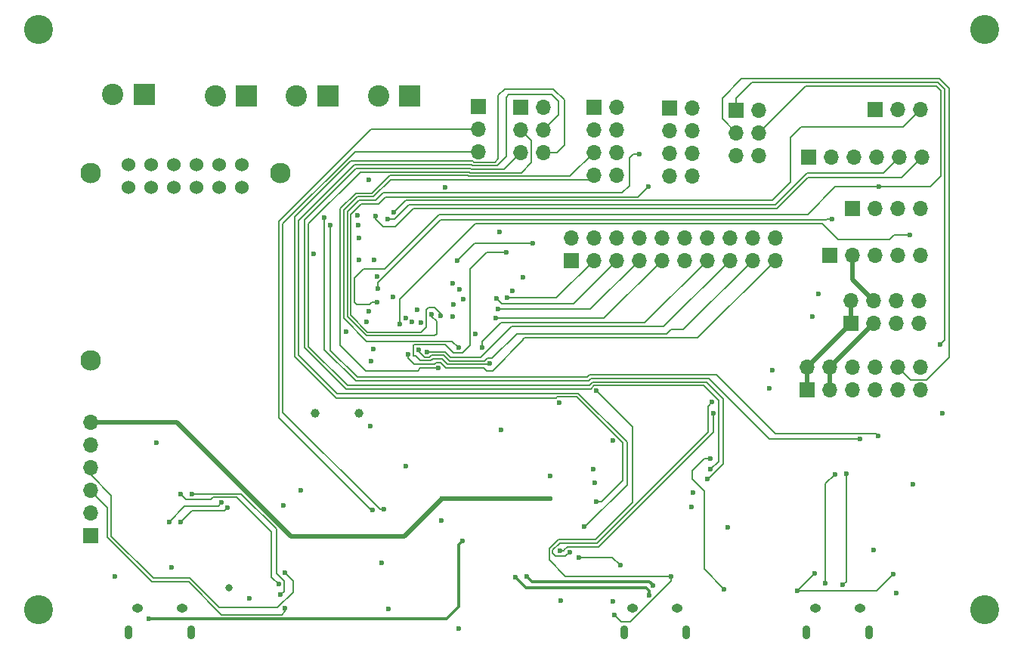
<source format=gbr>
%TF.GenerationSoftware,KiCad,Pcbnew,(6.0.0-0)*%
%TF.CreationDate,2022-09-06T13:07:17-04:00*%
%TF.ProjectId,Body_LED_Controller_Embedded_ESP32s,426f6479-5f4c-4454-945f-436f6e74726f,1.0*%
%TF.SameCoordinates,Original*%
%TF.FileFunction,Copper,L2,Inr*%
%TF.FilePolarity,Positive*%
%FSLAX46Y46*%
G04 Gerber Fmt 4.6, Leading zero omitted, Abs format (unit mm)*
G04 Created by KiCad (PCBNEW (6.0.0-0)) date 2022-09-06 13:07:17*
%MOMM*%
%LPD*%
G01*
G04 APERTURE LIST*
%TA.AperFunction,ComponentPad*%
%ADD10R,1.700000X1.700000*%
%TD*%
%TA.AperFunction,ComponentPad*%
%ADD11O,1.700000X1.700000*%
%TD*%
%TA.AperFunction,ComponentPad*%
%ADD12O,0.890000X1.550000*%
%TD*%
%TA.AperFunction,ComponentPad*%
%ADD13O,1.250000X0.950000*%
%TD*%
%TA.AperFunction,ComponentPad*%
%ADD14C,3.250000*%
%TD*%
%TA.AperFunction,ComponentPad*%
%ADD15C,1.007000*%
%TD*%
%TA.AperFunction,ComponentPad*%
%ADD16C,1.524000*%
%TD*%
%TA.AperFunction,ComponentPad*%
%ADD17C,2.300000*%
%TD*%
%TA.AperFunction,ComponentPad*%
%ADD18R,2.400000X2.400000*%
%TD*%
%TA.AperFunction,ComponentPad*%
%ADD19C,2.400000*%
%TD*%
%TA.AperFunction,ViaPad*%
%ADD20C,0.600000*%
%TD*%
%TA.AperFunction,ViaPad*%
%ADD21C,0.800000*%
%TD*%
%TA.AperFunction,Conductor*%
%ADD22C,0.200000*%
%TD*%
%TA.AperFunction,Conductor*%
%ADD23C,0.500000*%
%TD*%
%TA.AperFunction,Conductor*%
%ADD24C,0.300000*%
%TD*%
G04 APERTURE END LIST*
D10*
%TO.N,+5V*%
%TO.C,J1*%
X141210000Y-59650000D03*
D11*
X143750000Y-59650000D03*
%TO.N,GND*%
X141210000Y-62190000D03*
X143750000Y-62190000D03*
%TO.N,RX1*%
X141210000Y-64730000D03*
%TO.N,RX3*%
X143750000Y-64730000D03*
%TO.N,TX1*%
X141210000Y-67270000D03*
%TO.N,TX3*%
X143750000Y-67270000D03*
%TD*%
D12*
%TO.N,unconnected-(J11-Pad6)*%
%TO.C,J11*%
X144545000Y-118510000D03*
D13*
X145545000Y-115810000D03*
D12*
X151545000Y-118510000D03*
D13*
X150545000Y-115810000D03*
%TD*%
%TO.N,unconnected-(J10-Pad6)*%
%TO.C,J10*%
X170990000Y-115800000D03*
X165990000Y-115800000D03*
D12*
X164990000Y-118500000D03*
X171990000Y-118500000D03*
%TD*%
D14*
%TO.N,N/C*%
%TO.C,REF\u002A\u002A*%
X185000000Y-116000000D03*
%TD*%
D15*
%TO.N,XTAL2*%
%TO.C,Y1*%
X114850000Y-94020000D03*
%TO.N,XTAL1*%
X109970000Y-94020000D03*
%TD*%
D10*
%TO.N,GND*%
%TO.C,J15*%
X84770000Y-107720000D03*
D11*
%TO.N,unconnected-(J15-Pad2)*%
X84770000Y-105180000D03*
%TO.N,SCL_BS*%
X84770000Y-102640000D03*
%TO.N,SDA_BS*%
X84770000Y-100100000D03*
%TO.N,+3.3V_BS*%
X84770000Y-97560000D03*
%TO.N,+5V*%
X84770000Y-95020000D03*
%TD*%
D10*
%TO.N,GND*%
%TO.C,J14*%
X128240000Y-59600000D03*
D11*
%TO.N,RX_FU*%
X128240000Y-62140000D03*
%TO.N,TX_FU*%
X128240000Y-64680000D03*
%TD*%
D16*
%TO.N,+5V*%
%TO.C,U14*%
X101765000Y-66085000D03*
%TO.N,GND*%
X99225000Y-66085000D03*
X96685000Y-66085000D03*
%TO.N,+12V*%
X94145000Y-66085000D03*
%TO.N,unconnected-(U14-Pad5)*%
X91605000Y-66085000D03*
%TO.N,unconnected-(U14-Pad6)*%
X89065000Y-66085000D03*
%TO.N,unconnected-(U14-Pad7)*%
X89065000Y-68625000D03*
%TO.N,unconnected-(U14-Pad8)*%
X91605000Y-68625000D03*
%TO.N,+12V*%
X94145000Y-68625000D03*
%TO.N,GND*%
X96685000Y-68625000D03*
X99225000Y-68625000D03*
%TO.N,+5V*%
X101765000Y-68625000D03*
D17*
%TO.N,N/C*%
X106015000Y-67015000D03*
X84815000Y-67015000D03*
X84815000Y-88015000D03*
%TD*%
D12*
%TO.N,unconnected-(J12-Pad6)*%
%TO.C,J12*%
X89065000Y-118550000D03*
X96065000Y-118550000D03*
D13*
X90065000Y-115850000D03*
X95065000Y-115850000D03*
%TD*%
D18*
%TO.N,GND*%
%TO.C,J19*%
X120540000Y-58400000D03*
D19*
%TO.N,+5V*%
X117040000Y-58400000D03*
%TD*%
D18*
%TO.N,GND*%
%TO.C,J16*%
X90790000Y-58280000D03*
D19*
%TO.N,+12V*%
X87290000Y-58280000D03*
%TD*%
D10*
%TO.N,GND*%
%TO.C,J7*%
X167630000Y-76298000D03*
D11*
%TO.N,+5V*%
X170170000Y-76298000D03*
%TO.N,DP_LOAD*%
X172710000Y-76298000D03*
%TO.N,DP_CLOCK*%
X175250000Y-76298000D03*
%TO.N,DP_DATA_IN*%
X177790000Y-76298000D03*
%TD*%
D18*
%TO.N,GND*%
%TO.C,J17*%
X102270000Y-58390000D03*
D19*
%TO.N,+5V*%
X98770000Y-58390000D03*
%TD*%
D10*
%TO.N,+5V*%
%TO.C,J2*%
X149620000Y-59790000D03*
D11*
X152160000Y-59790000D03*
%TO.N,GND*%
X149620000Y-62330000D03*
X152160000Y-62330000D03*
%TO.N,SCL*%
X149620000Y-64870000D03*
X152160000Y-64870000D03*
%TO.N,SDA*%
X149620000Y-67410000D03*
X152160000Y-67410000D03*
%TD*%
D10*
%TO.N,GND*%
%TO.C,J5*%
X165080000Y-91374000D03*
D11*
X165080000Y-88834000D03*
%TO.N,+5V*%
X167620000Y-91374000D03*
X167620000Y-88834000D03*
%TO.N,CS1_CLOCK*%
X170160000Y-91374000D03*
%TO.N,VU1_CLOCK*%
X170160000Y-88834000D03*
%TO.N,Net-(J5-Pad7)*%
X172700000Y-91374000D03*
%TO.N,Net-(J5-Pad8)*%
X172700000Y-88834000D03*
%TO.N,CS2_CLOCK*%
X175240000Y-91374000D03*
%TO.N,VU2_CLOCK*%
X175240000Y-88834000D03*
%TO.N,Net-(J5-Pad11)*%
X177780000Y-91374000D03*
%TO.N,Net-(J5-Pad12)*%
X177780000Y-88834000D03*
%TD*%
D10*
%TO.N,GND*%
%TO.C,J6*%
X170130000Y-71040000D03*
D11*
%TO.N,Net-(J6-Pad2)*%
X172670000Y-71040000D03*
%TO.N,Net-(J6-Pad3)*%
X175210000Y-71040000D03*
%TO.N,Net-(J6-Pad4)*%
X177750000Y-71040000D03*
%TD*%
D14*
%TO.N,N/C*%
%TO.C,REF\u002A\u002A*%
X185000000Y-51000000D03*
%TD*%
%TO.N,N/C*%
%TO.C,REF\u002A\u002A*%
X79000000Y-116000000D03*
%TD*%
%TO.N,N/C*%
%TO.C,REF\u002A\u002A*%
X79000000Y-51000000D03*
%TD*%
D10*
%TO.N,GND*%
%TO.C,J9*%
X172720000Y-59950000D03*
D11*
%TO.N,+5V*%
X175260000Y-59950000D03*
%TO.N,EXT_MIC*%
X177800000Y-59950000D03*
%TD*%
D10*
%TO.N,GND*%
%TO.C,J4*%
X169980000Y-83906000D03*
D11*
X169980000Y-81366000D03*
%TO.N,+5V*%
X172520000Y-83906000D03*
X172520000Y-81366000D03*
%TO.N,LDP_CLOCK*%
X175060000Y-83906000D03*
%TO.N,MAINT_CLOCK*%
X175060000Y-81366000D03*
%TO.N,Net-(J4-Pad7)*%
X177600000Y-83906000D03*
%TO.N,Net-(J4-Pad8)*%
X177600000Y-81366000D03*
%TD*%
D10*
%TO.N,VU2_DATA*%
%TO.C,J20*%
X157110000Y-59990000D03*
D11*
%TO.N,+5V*%
X159650000Y-59990000D03*
%TO.N,VU2_CLOCK*%
X157110000Y-62530000D03*
%TO.N,YELLOW_LED*%
X159650000Y-62530000D03*
%TO.N,RESET_BL*%
X157110000Y-65070000D03*
%TO.N,GND*%
X159650000Y-65070000D03*
%TD*%
D10*
%TO.N,GND*%
%TO.C,J13*%
X132950000Y-59680000D03*
D11*
X135490000Y-59680000D03*
%TO.N,RX_MP*%
X132950000Y-62220000D03*
%TO.N,RX_ST*%
X135490000Y-62220000D03*
%TO.N,TX_MP*%
X132950000Y-64760000D03*
%TO.N,TX_ST*%
X135490000Y-64760000D03*
%TD*%
D18*
%TO.N,GND*%
%TO.C,J18*%
X111360000Y-58420000D03*
D19*
%TO.N,+5V*%
X107860000Y-58420000D03*
%TD*%
D10*
%TO.N,LIMIT1*%
%TO.C,J3*%
X138610000Y-76840000D03*
D11*
%TO.N,+5V*%
X138610000Y-74300000D03*
%TO.N,LIMIT2*%
X141150000Y-76840000D03*
%TO.N,+5V*%
X141150000Y-74300000D03*
%TO.N,LIMIT3*%
X143690000Y-76840000D03*
%TO.N,+5V*%
X143690000Y-74300000D03*
%TO.N,LIMIT4*%
X146230000Y-76840000D03*
%TO.N,+5V*%
X146230000Y-74300000D03*
%TO.N,LIMIT5*%
X148770000Y-76840000D03*
%TO.N,+5V*%
X148770000Y-74300000D03*
%TO.N,LIMIT6*%
X151310000Y-76840000D03*
%TO.N,+5V*%
X151310000Y-74300000D03*
%TO.N,LIMIT7*%
X153850000Y-76840000D03*
%TO.N,+5V*%
X153850000Y-74300000D03*
%TO.N,LIMIT8*%
X156390000Y-76840000D03*
%TO.N,+5V*%
X156390000Y-74300000D03*
%TO.N,LIMIT9*%
X158930000Y-76840000D03*
%TO.N,+5V*%
X158930000Y-74300000D03*
%TO.N,LIMIT10*%
X161470000Y-76840000D03*
%TO.N,+5V*%
X161470000Y-74300000D03*
%TD*%
D10*
%TO.N,GND*%
%TO.C,J8*%
X165260000Y-65272000D03*
D11*
%TO.N,+5V*%
X167800000Y-65272000D03*
%TO.N,VU_STROBE*%
X170340000Y-65272000D03*
%TO.N,VU_RESET*%
X172880000Y-65272000D03*
%TO.N,SPECTRUM_LEFT*%
X175420000Y-65272000D03*
%TO.N,SPECTRUM_RIGHT*%
X177960000Y-65272000D03*
%TD*%
D20*
%TO.N,GND*%
X124520000Y-68690000D03*
X133210000Y-78750000D03*
X144120000Y-111000000D03*
X92185000Y-97265000D03*
X172530000Y-109270000D03*
X132060000Y-80300000D03*
X109780000Y-76130000D03*
X117375000Y-110765000D03*
X176950000Y-101970000D03*
X116250000Y-88120000D03*
X136310000Y-101040000D03*
X126050000Y-118090000D03*
X143270000Y-97030000D03*
X102550000Y-114750000D03*
X139520000Y-110130000D03*
X116130000Y-95430000D03*
X137470000Y-115010000D03*
X87520000Y-112240000D03*
X115940000Y-67790000D03*
X124070000Y-106000000D03*
X93890000Y-111290000D03*
X137330000Y-92760000D03*
X120110000Y-99940000D03*
%TO.N,+5V*%
X124190000Y-103510000D03*
X136320000Y-103560000D03*
%TO.N,MAINT_CLOCK*%
X126150000Y-80070000D03*
%TO.N,LDP_CLOCK*%
X125450000Y-81770000D03*
%TO.N,VU1_CLOCK*%
X120100000Y-83300000D03*
%TO.N,VU2_CLOCK*%
X118650000Y-80910000D03*
%TO.N,CS2_CLOCK*%
X121770000Y-83780000D03*
%TO.N,CS1_CLOCK*%
X125380000Y-83130000D03*
%TO.N,DP_DATA_IN*%
X114860000Y-74360000D03*
%TO.N,DP_CLOCK*%
X114730000Y-71760000D03*
%TO.N,DP_LOAD*%
X114800000Y-72900000D03*
%TO.N,SPECTRUM_RIGHT*%
X116750000Y-71920000D03*
%TO.N,SPECTRUM_LEFT*%
X118050000Y-72230000D03*
%TO.N,VU_RESET*%
X115730000Y-83710000D03*
%TO.N,VU_STROBE*%
X113390000Y-84840000D03*
%TO.N,SDA*%
X147260000Y-68600000D03*
%TO.N,SCL*%
X123020000Y-82850000D03*
%TO.N,SDA*%
X124020000Y-83050000D03*
%TO.N,SCL*%
X146240000Y-64950000D03*
%TO.N,TX1*%
X126045832Y-86639500D03*
%TO.N,RX1*%
X123760000Y-88900000D03*
%TO.N,LDP_DATA*%
X126560000Y-81230000D03*
X165675000Y-83145000D03*
%TO.N,CS1_DATA*%
X127900000Y-85070000D03*
X160870000Y-91210000D03*
%TO.N,CS2_DATA*%
X121370000Y-82390000D03*
X180220000Y-93980000D03*
%TO.N,MAINT_DATA*%
X166310000Y-80600000D03*
X125370000Y-79400000D03*
%TO.N,VU1_DATA*%
X161140000Y-89140000D03*
X120795000Y-83765000D03*
%TO.N,VU2_DATA*%
X180010000Y-86240000D03*
X115970000Y-82540000D03*
%TO.N,+5V_BL*%
X134300000Y-74930000D03*
X125893508Y-76856492D03*
%TO.N,RESET_BL*%
X174720000Y-112020000D03*
X165900000Y-111960000D03*
X116500000Y-86810000D03*
X163990000Y-113920000D03*
%TO.N,RESET_BC*%
X149855000Y-112245000D03*
X141470000Y-91470000D03*
X143450000Y-116590000D03*
%TO.N,RESET_BS*%
X118130000Y-115890000D03*
D21*
X100290000Y-113570000D03*
D20*
%TO.N,VBUS_BS*%
X91320000Y-116980000D03*
X126420000Y-108310000D03*
%TO.N,TXD0_BL*%
X111000000Y-72030000D03*
X170980000Y-96860000D03*
%TO.N,RXD0_BL*%
X111610000Y-72870000D03*
X172990000Y-96510000D03*
%TO.N,LIMIT7*%
X128685000Y-86655000D03*
%TO.N,LIMIT8*%
X122515000Y-87095000D03*
%TO.N,LIMIT9*%
X121580000Y-86900000D03*
%TO.N,LIMIT10*%
X120340000Y-87370000D03*
%TO.N,D-_BL*%
X168210000Y-100810000D03*
X167130000Y-113020000D03*
%TO.N,D+_BL*%
X169480000Y-100770000D03*
X169080000Y-113230000D03*
%TO.N,EXT_MIC*%
X118760000Y-71460000D03*
%TO.N,D-_BC*%
X147380000Y-114400000D03*
X132360000Y-112340000D03*
%TO.N,D+_BC*%
X133650000Y-112280000D03*
X147770000Y-113250000D03*
%TO.N,LIMIT1*%
X130640000Y-73640000D03*
X130760000Y-95860000D03*
%TO.N,LIMIT2*%
X131495000Y-81065000D03*
%TO.N,LIMIT3*%
X130245000Y-81075000D03*
%TO.N,LIMIT4*%
X130445000Y-82305000D03*
%TO.N,LIMIT5*%
X130196492Y-83333508D03*
%TO.N,LIMIT6*%
X131380000Y-75940000D03*
X129480000Y-88410000D03*
%TO.N,RX_MP*%
X153920000Y-101380000D03*
%TO.N,RX_ST*%
X140050000Y-106720000D03*
%TO.N,TX_MP*%
X154250000Y-100250000D03*
%TO.N,TX_ST*%
X141410000Y-103860000D03*
%TO.N,RX_FU*%
X116411089Y-104828911D03*
%TO.N,TX_FU*%
X117640000Y-104759011D03*
%TO.N,SCL_BS*%
X106590000Y-115850000D03*
%TO.N,SDA_BS*%
X106550000Y-111880000D03*
%TO.N,YELLOW_LED*%
X116870000Y-81550000D03*
X173070000Y-68620000D03*
%TO.N,GREEN_LED*%
X167830000Y-72200000D03*
X116980000Y-80020000D03*
%TO.N,RED_LED*%
X119410000Y-83970000D03*
X176570000Y-73960000D03*
%TO.N,RX_BL*%
X114870000Y-76834500D03*
X141260000Y-101730000D03*
%TO.N,TX_BL*%
X116570000Y-76834500D03*
X141130000Y-100250000D03*
%TO.N,TX_BS*%
X152140000Y-104470000D03*
X106380000Y-104290000D03*
%TO.N,GPIO0_BC*%
X143280000Y-115030000D03*
X156200000Y-106790000D03*
%TO.N,RX_BS*%
X152255000Y-102905000D03*
X108370000Y-102650000D03*
%TO.N,TXD0_BC*%
X154540000Y-94010000D03*
X137340000Y-109400000D03*
%TO.N,RXD0_BC*%
X154410000Y-92720000D03*
X138440000Y-109550000D03*
%TO.N,TXD0_BS*%
X94850000Y-103000000D03*
X105880000Y-113150000D03*
%TO.N,RXD0_BS*%
X106090000Y-114310000D03*
X96150000Y-103000000D03*
%TO.N,DTR_BS*%
X93580000Y-106150000D03*
X99465000Y-104005000D03*
%TO.N,RTS_BS*%
X100110000Y-104570000D03*
X94850000Y-106190000D03*
%TO.N,ST_LED_D_BL*%
X175090000Y-114090000D03*
X116850000Y-78640000D03*
%TO.N,ST_LED_D_BC*%
X155760000Y-113680000D03*
X154220000Y-99090000D03*
%TD*%
D22*
%TO.N,GND*%
X143250000Y-110130000D02*
X139520000Y-110130000D01*
D23*
X169980000Y-83906000D02*
X169980000Y-81366000D01*
X165080000Y-91374000D02*
X165080000Y-88834000D01*
X169980000Y-83934000D02*
X165080000Y-88834000D01*
D22*
X144120000Y-111000000D02*
X143250000Y-110130000D01*
D23*
X169980000Y-83906000D02*
X169980000Y-83934000D01*
%TO.N,+5V*%
X167620000Y-91374000D02*
X167620000Y-88834000D01*
X119900000Y-107800000D02*
X107237138Y-107800000D01*
X124190000Y-103510000D02*
X136270000Y-103510000D01*
X94457138Y-95020000D02*
X84770000Y-95020000D01*
X136270000Y-103510000D02*
X136320000Y-103560000D01*
X170170000Y-76298000D02*
X170170000Y-79016000D01*
X107237138Y-107800000D02*
X94457138Y-95020000D01*
X172520000Y-83934000D02*
X172520000Y-83906000D01*
X124190000Y-103510000D02*
X119900000Y-107800000D01*
X167620000Y-88834000D02*
X172520000Y-83934000D01*
X170170000Y-79016000D02*
X172520000Y-81366000D01*
D22*
%TO.N,VU2_CLOCK*%
X180950000Y-87710000D02*
X178435511Y-90224489D01*
X180950000Y-57584994D02*
X180950000Y-87710000D01*
X157110000Y-62530000D02*
X155550000Y-60970000D01*
X176630489Y-90224489D02*
X175240000Y-88834000D01*
X155550000Y-58660000D02*
X157719520Y-56490480D01*
X155550000Y-60970000D02*
X155550000Y-58660000D01*
X179855486Y-56490480D02*
X180950000Y-57584994D01*
X178435511Y-90224489D02*
X176630489Y-90224489D01*
X157719520Y-56490480D02*
X179855486Y-56490480D01*
%TO.N,SPECTRUM_RIGHT*%
X118890000Y-73080000D02*
X117610000Y-73080000D01*
X124600000Y-71029520D02*
X120940480Y-71029520D01*
X120940480Y-71029520D02*
X118890000Y-73080000D01*
X177960000Y-65272000D02*
X175692000Y-67540000D01*
X116750000Y-72220000D02*
X116750000Y-71920000D01*
X161670480Y-71039520D02*
X124610000Y-71039520D01*
X124610000Y-71039520D02*
X124600000Y-71029520D01*
X175692000Y-67540000D02*
X165170000Y-67540000D01*
X117610000Y-73080000D02*
X116750000Y-72220000D01*
X165170000Y-67540000D02*
X161670480Y-71039520D01*
%TO.N,SPECTRUM_LEFT*%
X118840000Y-72230000D02*
X120440000Y-70630000D01*
X118050000Y-72230000D02*
X118840000Y-72230000D01*
X173652000Y-67040000D02*
X175420000Y-65272000D01*
X165100000Y-67040000D02*
X173652000Y-67040000D01*
X120440000Y-70630000D02*
X160640000Y-70630000D01*
X161500000Y-70640000D02*
X165100000Y-67040000D01*
X160640000Y-70630000D02*
X160650000Y-70640000D01*
X160650000Y-70640000D02*
X161500000Y-70640000D01*
%TO.N,SDA*%
X124020000Y-82820000D02*
X124020000Y-83050000D01*
%TO.N,SCL*%
X123540000Y-85070000D02*
X123330000Y-85280000D01*
%TO.N,SDA*%
X121829520Y-84880480D02*
X122410000Y-84300000D01*
%TO.N,SCL*%
X114825966Y-70119040D02*
X116750960Y-70119040D01*
%TO.N,SDA*%
X117849520Y-69740480D02*
X117071440Y-70518560D01*
X115830492Y-84880480D02*
X121829520Y-84880480D01*
%TO.N,SCL*%
X113549040Y-83164034D02*
X113549040Y-71395966D01*
%TO.N,SDA*%
X146119520Y-69740480D02*
X117849520Y-69740480D01*
%TO.N,SCL*%
X117580489Y-69289511D02*
X144340489Y-69289511D01*
X115665006Y-85280000D02*
X113549040Y-83164034D01*
X113549040Y-71395966D02*
X114825966Y-70119040D01*
X116750960Y-70119040D02*
X117580489Y-69289511D01*
%TO.N,SDA*%
X117071440Y-70518560D02*
X115123602Y-70518560D01*
X113948560Y-82998548D02*
X115830492Y-84880480D01*
X115123602Y-70518560D02*
X113948560Y-71693602D01*
X122410000Y-84300000D02*
X122410000Y-82410000D01*
X122410000Y-82410000D02*
X122680000Y-82140000D01*
%TO.N,SCL*%
X123020000Y-83172162D02*
X123540000Y-83692162D01*
X123330000Y-85280000D02*
X115665006Y-85280000D01*
X145170000Y-65370000D02*
X145590000Y-64950000D01*
%TO.N,SDA*%
X113948560Y-71693602D02*
X113948560Y-82998548D01*
%TO.N,SCL*%
X123540000Y-83692162D02*
X123540000Y-85070000D01*
%TO.N,SDA*%
X123340000Y-82140000D02*
X124020000Y-82820000D01*
%TO.N,SCL*%
X145590000Y-64950000D02*
X146240000Y-64950000D01*
X123020000Y-82850000D02*
X123020000Y-83172162D01*
X144340489Y-69289511D02*
X145170000Y-68460000D01*
X145170000Y-68460000D02*
X145170000Y-65370000D01*
%TO.N,SDA*%
X122680000Y-82140000D02*
X123340000Y-82140000D01*
X147260000Y-68600000D02*
X146119520Y-69740480D01*
%TO.N,TX1*%
X116485487Y-69719519D02*
X118405006Y-67800000D01*
X126936426Y-67827111D02*
X140652889Y-67827111D01*
X114660480Y-69719520D02*
X116485487Y-69719519D01*
X125306332Y-85900000D02*
X115720000Y-85900000D01*
X140652889Y-67827111D02*
X141210000Y-67270000D01*
X113149520Y-83329520D02*
X113149520Y-71230480D01*
X113149520Y-71230480D02*
X114660480Y-69719520D01*
X118405006Y-67800000D02*
X126909315Y-67800000D01*
X115720000Y-85900000D02*
X113149520Y-83329520D01*
X126909315Y-67800000D02*
X126936426Y-67827111D01*
X126045832Y-86639500D02*
X125306332Y-85900000D01*
%TO.N,RX1*%
X114494994Y-69320000D02*
X116320000Y-69320000D01*
X127101912Y-67427591D02*
X138512409Y-67427591D01*
X127013841Y-67339520D02*
X127101912Y-67427591D01*
X121750000Y-88900000D02*
X121450000Y-89200000D01*
X112750000Y-86370000D02*
X112750001Y-71064993D01*
X115580000Y-89200000D02*
X112750000Y-86370000D01*
X118300480Y-67339520D02*
X127013841Y-67339520D01*
X116320000Y-69320000D02*
X118300480Y-67339520D01*
X138512409Y-67427591D02*
X141210000Y-64730000D01*
X123760000Y-88900000D02*
X121750000Y-88900000D01*
X112750001Y-71064993D02*
X114494994Y-69320000D01*
X121450000Y-89200000D02*
X115580000Y-89200000D01*
%TO.N,VU2_DATA*%
X180010000Y-86240000D02*
X180490000Y-85760000D01*
X180490000Y-85760000D02*
X180490000Y-57690000D01*
X179690000Y-56890000D02*
X158910000Y-56890000D01*
X158910000Y-56890000D02*
X157110000Y-58690000D01*
X180490000Y-57690000D02*
X179690000Y-56890000D01*
X157110000Y-58690000D02*
X157110000Y-59990000D01*
%TO.N,+5V_BL*%
X127820000Y-74930000D02*
X125893508Y-76856492D01*
X134300000Y-74930000D02*
X127820000Y-74930000D01*
%TO.N,RESET_BL*%
X163990000Y-113870000D02*
X163990000Y-113920000D01*
X165900000Y-111960000D02*
X163990000Y-113870000D01*
X163990000Y-113920000D02*
X172820000Y-113920000D01*
X172820000Y-113920000D02*
X174720000Y-112020000D01*
%TO.N,RESET_BC*%
X149855000Y-112245000D02*
X137995000Y-112245000D01*
X136160481Y-110410481D02*
X136160481Y-109166675D01*
X136160481Y-109166675D02*
X137175707Y-108151449D01*
X145510000Y-103979988D02*
X145510000Y-95510000D01*
X137995000Y-112245000D02*
X136160481Y-110410481D01*
X143450000Y-116590000D02*
X144230000Y-117370000D01*
X145257838Y-117370000D02*
X149855000Y-112772838D01*
X145510000Y-95510000D02*
X141470000Y-91470000D01*
X149855000Y-112772838D02*
X149855000Y-112245000D01*
X144230000Y-117370000D02*
X145257838Y-117370000D01*
X137175707Y-108151449D02*
X141338539Y-108151449D01*
X141338539Y-108151449D02*
X145510000Y-103979988D01*
D24*
%TO.N,VBUS_BS*%
X91360000Y-117020000D02*
X91320000Y-116980000D01*
X126030000Y-115670000D02*
X124680000Y-117020000D01*
X126420000Y-108310000D02*
X126030000Y-108700000D01*
X126030000Y-108700000D02*
X126030000Y-115670000D01*
X124680000Y-117020000D02*
X91360000Y-117020000D01*
D22*
%TO.N,TXD0_BL*%
X110990000Y-86830000D02*
X114490000Y-90330000D01*
X140890701Y-90071449D02*
X154021449Y-90071449D01*
X114490000Y-90330000D02*
X140632150Y-90330000D01*
X160810000Y-96860000D02*
X170980000Y-96860000D01*
X154021449Y-90071449D02*
X160810000Y-96860000D01*
X140632150Y-90330000D02*
X140890701Y-90071449D01*
X110990000Y-72040000D02*
X110990000Y-86830000D01*
X111000000Y-72030000D02*
X110990000Y-72040000D01*
%TO.N,RXD0_BL*%
X172740489Y-96260489D02*
X172990000Y-96510000D01*
X154941431Y-89671929D02*
X161529991Y-96260489D01*
X111670000Y-86944994D02*
X114655486Y-89930480D01*
X140725215Y-89671929D02*
X154941431Y-89671929D01*
X114655486Y-89930480D02*
X140466664Y-89930480D01*
X140466664Y-89930480D02*
X140725215Y-89671929D01*
X111670000Y-72930000D02*
X111670000Y-86944994D01*
X161529991Y-96260489D02*
X172740489Y-96260489D01*
X111610000Y-72870000D02*
X111670000Y-72930000D01*
%TO.N,LIMIT7*%
X146840000Y-83850000D02*
X153850000Y-76840000D01*
X128685000Y-86655000D02*
X128685000Y-85965000D01*
X128685000Y-85965000D02*
X130800000Y-83850000D01*
X130800000Y-83850000D02*
X146840000Y-83850000D01*
%TO.N,LIMIT8*%
X128486398Y-87701440D02*
X131938318Y-84249520D01*
X125143602Y-87701440D02*
X128486398Y-87701440D01*
X122515000Y-87095000D02*
X124537162Y-87095000D01*
X131938318Y-84249520D02*
X148980480Y-84249520D01*
X124537162Y-87095000D02*
X125143602Y-87701440D01*
X148980480Y-84249520D02*
X156390000Y-76840000D01*
%TO.N,LIMIT9*%
X122763327Y-87694511D02*
X122963318Y-87494520D01*
X149290000Y-85080000D02*
X149810000Y-84560000D01*
X149810000Y-84560000D02*
X151210000Y-84560000D01*
X129758919Y-87841081D02*
X132520000Y-85080000D01*
X122266673Y-87694511D02*
X122763327Y-87694511D01*
X151210000Y-84560000D02*
X158930000Y-76840000D01*
X129231673Y-87810489D02*
X129728327Y-87810489D01*
X129728327Y-87810489D02*
X129758919Y-87841081D01*
X132520000Y-85080000D02*
X149290000Y-85080000D01*
X128941202Y-88100960D02*
X129231673Y-87810489D01*
X124371676Y-87494520D02*
X124978116Y-88100960D01*
X124978116Y-88100960D02*
X128941202Y-88100960D01*
X122963318Y-87494520D02*
X124371676Y-87494520D01*
X121580000Y-86900000D02*
X121580000Y-87007838D01*
X121580000Y-87007838D02*
X122266673Y-87694511D01*
%TO.N,LIMIT10*%
X123511673Y-88300489D02*
X124008327Y-88300489D01*
X124008327Y-88300489D02*
X124607838Y-88900000D01*
X120330000Y-87380000D02*
X120330000Y-87770000D01*
X124607838Y-88900000D02*
X128820000Y-88900000D01*
X152790000Y-85520000D02*
X161470000Y-76840000D01*
X133260000Y-85700000D02*
X133440000Y-85520000D01*
X128820000Y-88900000D02*
X129140000Y-89220000D01*
X120330000Y-87770000D02*
X121060480Y-88500480D01*
X120340000Y-87370000D02*
X120330000Y-87380000D01*
X129810000Y-89220000D02*
X133260000Y-85770000D01*
X133260000Y-85770000D02*
X133260000Y-85700000D01*
X121060480Y-88500480D02*
X123311682Y-88500480D01*
X133440000Y-85520000D02*
X152790000Y-85520000D01*
X123311682Y-88500480D02*
X123511673Y-88300489D01*
X129140000Y-89220000D02*
X129810000Y-89220000D01*
%TO.N,D-_BL*%
X167130000Y-113020000D02*
X167130000Y-101890000D01*
X167130000Y-101890000D02*
X168210000Y-100810000D01*
%TO.N,D+_BL*%
X169480000Y-100770000D02*
X169480000Y-112830000D01*
X169480000Y-112830000D02*
X169080000Y-113230000D01*
%TO.N,EXT_MIC*%
X120080000Y-70140000D02*
X161160000Y-70140000D01*
X164420000Y-61890000D02*
X175860000Y-61890000D01*
X118760000Y-71460000D02*
X120080000Y-70140000D01*
X175860000Y-61890000D02*
X177800000Y-59950000D01*
X163240000Y-68060000D02*
X163240000Y-63070000D01*
X163240000Y-63070000D02*
X164420000Y-61890000D01*
X161160000Y-70140000D02*
X163240000Y-68060000D01*
D24*
%TO.N,D-_BC*%
X147010000Y-113540000D02*
X133560000Y-113540000D01*
X147380000Y-114400000D02*
X147380000Y-113910000D01*
X147380000Y-113910000D02*
X147010000Y-113540000D01*
X133560000Y-113540000D02*
X132360000Y-112340000D01*
%TO.N,D+_BC*%
X147770000Y-113240000D02*
X147400000Y-112870000D01*
X147770000Y-113250000D02*
X147770000Y-113240000D01*
X134240000Y-112870000D02*
X133650000Y-112280000D01*
X147400000Y-112870000D02*
X134240000Y-112870000D01*
D22*
%TO.N,LIMIT2*%
X136925000Y-81065000D02*
X141150000Y-76840000D01*
X131495000Y-81065000D02*
X136925000Y-81065000D01*
%TO.N,LIMIT3*%
X143690000Y-76840000D02*
X138865489Y-81664511D01*
X130834511Y-81664511D02*
X130245000Y-81075000D01*
X138865489Y-81664511D02*
X130834511Y-81664511D01*
%TO.N,LIMIT4*%
X130445000Y-82305000D02*
X140765000Y-82305000D01*
X140765000Y-82305000D02*
X146230000Y-76840000D01*
%TO.N,LIMIT5*%
X142276492Y-83333508D02*
X148770000Y-76840000D01*
X130196492Y-83333508D02*
X142276492Y-83333508D01*
%TO.N,LIMIT6*%
X125419011Y-87239011D02*
X124480489Y-86300489D01*
X124172844Y-87900000D02*
X124773324Y-88500480D01*
X127300489Y-77839511D02*
X127300489Y-86399511D01*
X129200000Y-75940000D02*
X127300489Y-77839511D01*
X124480489Y-86300489D02*
X121079511Y-86300489D01*
X120980489Y-86399511D02*
X120980489Y-87540489D01*
X123122844Y-87900000D02*
X124172844Y-87900000D01*
X121190000Y-87560000D02*
X121724031Y-88094031D01*
X121079511Y-86300489D02*
X120980489Y-86399511D01*
X127300489Y-86399511D02*
X126460989Y-87239011D01*
X122928813Y-88094031D02*
X123122844Y-87900000D01*
X120980489Y-87540489D02*
X121000000Y-87560000D01*
X121724031Y-88094031D02*
X122928813Y-88094031D01*
X126460989Y-87239011D02*
X125419011Y-87239011D01*
X121000000Y-87560000D02*
X121190000Y-87560000D01*
X129389520Y-88500480D02*
X129480000Y-88410000D01*
X124773324Y-88500480D02*
X129389520Y-88500480D01*
X131380000Y-75940000D02*
X129200000Y-75940000D01*
%TO.N,RX_MP*%
X134170000Y-65910000D02*
X133051929Y-67028071D01*
X133051929Y-67028071D02*
X127267398Y-67028071D01*
X115000000Y-66940000D02*
X109180000Y-72760000D01*
X155690000Y-99657838D02*
X153967838Y-101380000D01*
X155690000Y-92360000D02*
X155690000Y-99657838D01*
X153800969Y-90470969D02*
X155690000Y-92360000D01*
X153967838Y-101380000D02*
X153920000Y-101380000D01*
X127179327Y-66940000D02*
X115000000Y-66940000D01*
X134170000Y-63440000D02*
X134170000Y-65910000D01*
X127267398Y-67028071D02*
X127179327Y-66940000D01*
X109180000Y-72760000D02*
X109180000Y-86494994D01*
X109180000Y-86494994D02*
X113555486Y-90870480D01*
X141056187Y-90470969D02*
X153800969Y-90470969D01*
X132950000Y-62220000D02*
X134170000Y-63440000D01*
X140656676Y-90870480D02*
X141056187Y-90470969D01*
X113555486Y-90870480D02*
X140656676Y-90870480D01*
%TO.N,RX_ST*%
X112400000Y-91770000D02*
X136907156Y-91770000D01*
X136907156Y-91770000D02*
X136916187Y-91760969D01*
X127598370Y-66229031D02*
X127498859Y-66129520D01*
X130360969Y-66229031D02*
X127598370Y-66229031D01*
X108089520Y-87459520D02*
X112400000Y-91770000D01*
X127498859Y-66129520D02*
X114355474Y-66129520D01*
X137180000Y-59020000D02*
X136440000Y-58280000D01*
X139413813Y-91760969D02*
X144890000Y-97237156D01*
X114355474Y-66129520D02*
X108089520Y-72395474D01*
X136440000Y-58280000D02*
X131640000Y-58280000D01*
X131360000Y-65230000D02*
X130360969Y-66229031D01*
X131640000Y-58280000D02*
X131360000Y-58560000D01*
X137180000Y-60530000D02*
X137180000Y-59020000D01*
X135490000Y-62220000D02*
X137180000Y-60530000D01*
X144890000Y-97237156D02*
X144890000Y-101990000D01*
X108089520Y-72395474D02*
X108089520Y-87459520D01*
X136916187Y-91760969D02*
X139413813Y-91760969D01*
X144890000Y-101990000D02*
X140160000Y-106720000D01*
X140160000Y-106720000D02*
X140050000Y-106720000D01*
X131360000Y-58560000D02*
X131360000Y-65230000D01*
%TO.N,TX_MP*%
X140822162Y-91270000D02*
X113390000Y-91270000D01*
X153440489Y-90870489D02*
X141221673Y-90870489D01*
X141221673Y-90870489D02*
X140822162Y-91270000D01*
X131081449Y-66628551D02*
X132950000Y-64760000D01*
X114520960Y-66529040D02*
X127333373Y-66529040D01*
X127432884Y-66628551D02*
X131081449Y-66628551D01*
X113390000Y-91270000D02*
X108740000Y-86620000D01*
X127333373Y-66529040D02*
X127432884Y-66628551D01*
X108740000Y-86620000D02*
X108740000Y-72310000D01*
X154250000Y-100250000D02*
X155139511Y-99360489D01*
X155139511Y-92569511D02*
X153440489Y-90870489D01*
X108740000Y-72310000D02*
X114520960Y-66529040D01*
X155139511Y-99360489D02*
X155139511Y-92569511D01*
%TO.N,TX_ST*%
X142060000Y-103860000D02*
X144370000Y-101550000D01*
X130460000Y-58360000D02*
X131170000Y-57650000D01*
X144370000Y-97282162D02*
X139248327Y-92160489D01*
X113925006Y-65730000D02*
X127664345Y-65730000D01*
X136650000Y-57650000D02*
X137860000Y-58860000D01*
X107690000Y-87660000D02*
X107690000Y-71965006D01*
X107690000Y-71965006D02*
X113925006Y-65730000D01*
X139248327Y-92160489D02*
X137081673Y-92160489D01*
X137860000Y-58860000D02*
X137860000Y-63940000D01*
X137040000Y-64760000D02*
X135490000Y-64760000D01*
X137081673Y-92160489D02*
X136972162Y-92270000D01*
X136972162Y-92270000D02*
X112300000Y-92270000D01*
X112300000Y-92270000D02*
X107690000Y-87660000D01*
X144370000Y-101550000D02*
X144370000Y-97282162D01*
X131170000Y-57650000D02*
X136650000Y-57650000D01*
X130100489Y-65829511D02*
X130460000Y-65470000D01*
X130460000Y-65470000D02*
X130460000Y-58360000D01*
X137860000Y-63940000D02*
X137040000Y-64760000D01*
X127763856Y-65829511D02*
X130100489Y-65829511D01*
X141410000Y-103860000D02*
X142060000Y-103860000D01*
X127664345Y-65730000D02*
X127763856Y-65829511D01*
%TO.N,RX_FU*%
X105900000Y-72490000D02*
X116250000Y-62140000D01*
X116250000Y-62140000D02*
X128240000Y-62140000D01*
X116411089Y-104828911D02*
X116238911Y-104828911D01*
X116238911Y-104828911D02*
X105900000Y-94490000D01*
X105900000Y-94490000D02*
X105900000Y-72490000D01*
%TO.N,TX_FU*%
X117640000Y-104759011D02*
X117189011Y-104759011D01*
X114410000Y-64680000D02*
X128240000Y-64680000D01*
X106350000Y-93920000D02*
X106350000Y-72740000D01*
X117189011Y-104759011D02*
X106350000Y-93920000D01*
X106350000Y-72740000D02*
X114410000Y-64680000D01*
%TO.N,SCL_BS*%
X86660000Y-107895006D02*
X91664994Y-112900000D01*
X84380000Y-102250000D02*
X86660000Y-104530000D01*
X106199520Y-116570480D02*
X106590000Y-116180000D01*
X91664994Y-112900000D02*
X95780000Y-112900000D01*
X95780000Y-112900000D02*
X99450480Y-116570480D01*
X86660000Y-104530000D02*
X86660000Y-107895006D01*
X106590000Y-116180000D02*
X106590000Y-115850000D01*
X99450480Y-116570480D02*
X106199520Y-116570480D01*
%TO.N,SDA_BS*%
X87130000Y-103240000D02*
X87130000Y-107800000D01*
X107470000Y-114060000D02*
X107470000Y-112800000D01*
X87130000Y-107800000D02*
X91800000Y-112470000D01*
X91800000Y-112470000D02*
X95915006Y-112470000D01*
X84770000Y-100100000D02*
X84770000Y-100880000D01*
X107470000Y-112800000D02*
X106550000Y-111880000D01*
X95915006Y-112470000D02*
X99225486Y-115780480D01*
X105749520Y-115780480D02*
X107470000Y-114060000D01*
X84770000Y-100880000D02*
X87130000Y-103240000D01*
X99225486Y-115780480D02*
X105749520Y-115780480D01*
%TO.N,YELLOW_LED*%
X123800000Y-71690000D02*
X165140000Y-71690000D01*
X116290000Y-81550000D02*
X116070000Y-81770000D01*
X115410000Y-77770000D02*
X117720000Y-77770000D01*
X180060000Y-57840000D02*
X179509520Y-57289520D01*
X178890000Y-68600000D02*
X180060000Y-67430000D01*
X164890480Y-57289520D02*
X159650000Y-62530000D01*
X165140000Y-71690000D02*
X168220000Y-68610000D01*
X114600000Y-81770000D02*
X114370000Y-81540000D01*
X179509520Y-57289520D02*
X164890480Y-57289520D01*
X180060000Y-67430000D02*
X180060000Y-57840000D01*
X173070000Y-68620000D02*
X173090000Y-68600000D01*
X173090000Y-68600000D02*
X178890000Y-68600000D01*
X114370000Y-78810000D02*
X115410000Y-77770000D01*
X116070000Y-81770000D02*
X114600000Y-81770000D01*
X168220000Y-68610000D02*
X173060000Y-68610000D01*
X117720000Y-77770000D02*
X123800000Y-71690000D01*
X114370000Y-81540000D02*
X114370000Y-78810000D01*
X116870000Y-81550000D02*
X116290000Y-81550000D01*
X173060000Y-68610000D02*
X173070000Y-68620000D01*
%TO.N,GREEN_LED*%
X116980000Y-79357838D02*
X116980000Y-80020000D01*
X167830000Y-72200000D02*
X167310000Y-72200000D01*
X124027838Y-72310000D02*
X116980000Y-79357838D01*
X167200000Y-72310000D02*
X124027838Y-72310000D01*
X167310000Y-72200000D02*
X167200000Y-72310000D01*
%TO.N,RED_LED*%
X168540000Y-74490000D02*
X166790000Y-72740000D01*
X166790000Y-72740000D02*
X130720000Y-72740000D01*
X119410000Y-81200000D02*
X119410000Y-83970000D01*
X174820000Y-73960000D02*
X174290000Y-74490000D01*
X176570000Y-73960000D02*
X174820000Y-73960000D01*
X130689520Y-72709520D02*
X127900480Y-72709520D01*
X127900480Y-72709520D02*
X119410000Y-81200000D01*
X130720000Y-72740000D02*
X130689520Y-72709520D01*
X174290000Y-74490000D02*
X168540000Y-74490000D01*
%TO.N,TXD0_BC*%
X137840489Y-109400000D02*
X137840489Y-109301673D01*
X154540000Y-96080000D02*
X154540000Y-94010000D01*
X137840489Y-109301673D02*
X138191673Y-108950489D01*
X141669511Y-108950489D02*
X154540000Y-96080000D01*
X137340000Y-109400000D02*
X137840489Y-109400000D01*
X138191673Y-108950489D02*
X141669511Y-108950489D01*
%TO.N,RXD0_BC*%
X136889511Y-109999511D02*
X136560000Y-109670000D01*
X137341193Y-108550969D02*
X141504025Y-108550969D01*
X141504025Y-108550969D02*
X153940489Y-96114505D01*
X138440000Y-109550000D02*
X137990489Y-109999511D01*
X153940489Y-93189511D02*
X154410000Y-92720000D01*
X136560000Y-109332162D02*
X137341193Y-108550969D01*
X153940489Y-96114505D02*
X153940489Y-93189511D01*
X137990489Y-109999511D02*
X136889511Y-109999511D01*
X136560000Y-109670000D02*
X136560000Y-109332162D01*
%TO.N,TXD0_BS*%
X95449511Y-103599511D02*
X98300489Y-103599511D01*
X105080000Y-107300000D02*
X105080000Y-112350000D01*
X94850000Y-103000000D02*
X95449511Y-103599511D01*
X105080000Y-112350000D02*
X105880000Y-113150000D01*
X98300489Y-103599511D02*
X98500000Y-103400000D01*
X98500000Y-103400000D02*
X101180000Y-103400000D01*
X101180000Y-103400000D02*
X105080000Y-107300000D01*
%TO.N,RXD0_BS*%
X106479511Y-113920489D02*
X106090000Y-114310000D01*
X105620000Y-106960000D02*
X105620000Y-111910000D01*
X105620000Y-111910000D02*
X106479511Y-112769511D01*
X106479511Y-112769511D02*
X106479511Y-113920489D01*
X101660000Y-103000000D02*
X105620000Y-106960000D01*
X96150000Y-103000000D02*
X101660000Y-103000000D01*
%TO.N,DTR_BS*%
X95330000Y-104400000D02*
X93580000Y-106150000D01*
X99070000Y-104400000D02*
X95330000Y-104400000D01*
X99465000Y-104005000D02*
X99070000Y-104400000D01*
%TO.N,RTS_BS*%
X94850000Y-106190000D02*
X96130000Y-104910000D01*
X96130000Y-104910000D02*
X99770000Y-104910000D01*
X99770000Y-104910000D02*
X100110000Y-104570000D01*
%TO.N,ST_LED_D_BC*%
X153529520Y-111449520D02*
X155760000Y-113680000D01*
X153529520Y-102684514D02*
X153529520Y-111449520D01*
X152190000Y-101344994D02*
X153529520Y-102684514D01*
X153535006Y-99090000D02*
X152190000Y-100435006D01*
X152190000Y-100435006D02*
X152190000Y-101344994D01*
X154220000Y-99090000D02*
X153535006Y-99090000D01*
%TD*%
M02*

</source>
